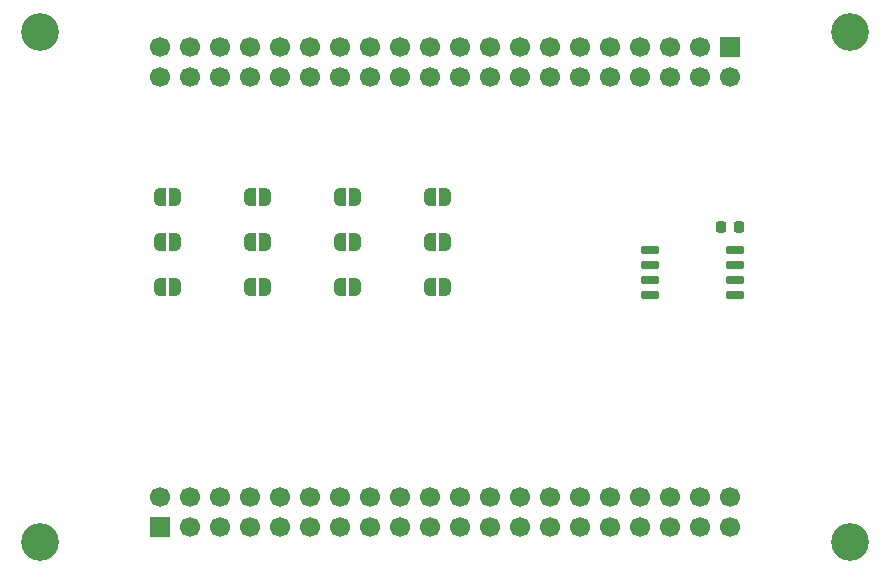
<source format=gbr>
%TF.GenerationSoftware,KiCad,Pcbnew,6.0.4+dfsg-1+b1*%
%TF.CreationDate,2022-05-05T09:05:32+08:00*%
%TF.ProjectId,memw25q128,6d656d77-3235-4713-9132-382e6b696361,rev?*%
%TF.SameCoordinates,Original*%
%TF.FileFunction,Soldermask,Top*%
%TF.FilePolarity,Negative*%
%FSLAX46Y46*%
G04 Gerber Fmt 4.6, Leading zero omitted, Abs format (unit mm)*
G04 Created by KiCad (PCBNEW 6.0.4+dfsg-1+b1) date 2022-05-05 09:05:32*
%MOMM*%
%LPD*%
G01*
G04 APERTURE LIST*
G04 Aperture macros list*
%AMRoundRect*
0 Rectangle with rounded corners*
0 $1 Rounding radius*
0 $2 $3 $4 $5 $6 $7 $8 $9 X,Y pos of 4 corners*
0 Add a 4 corners polygon primitive as box body*
4,1,4,$2,$3,$4,$5,$6,$7,$8,$9,$2,$3,0*
0 Add four circle primitives for the rounded corners*
1,1,$1+$1,$2,$3*
1,1,$1+$1,$4,$5*
1,1,$1+$1,$6,$7*
1,1,$1+$1,$8,$9*
0 Add four rect primitives between the rounded corners*
20,1,$1+$1,$2,$3,$4,$5,0*
20,1,$1+$1,$4,$5,$6,$7,0*
20,1,$1+$1,$6,$7,$8,$9,0*
20,1,$1+$1,$8,$9,$2,$3,0*%
%AMFreePoly0*
4,1,22,0.500000,-0.750000,0.000000,-0.750000,0.000000,-0.745033,-0.079941,-0.743568,-0.215256,-0.701293,-0.333266,-0.622738,-0.424486,-0.514219,-0.481581,-0.384460,-0.499164,-0.250000,-0.500000,-0.250000,-0.500000,0.250000,-0.499164,0.250000,-0.499963,0.256109,-0.478152,0.396186,-0.417904,0.524511,-0.324060,0.630769,-0.204165,0.706417,-0.067858,0.745374,0.000000,0.744959,0.000000,0.750000,
0.500000,0.750000,0.500000,-0.750000,0.500000,-0.750000,$1*%
%AMFreePoly1*
4,1,20,0.000000,0.744959,0.073905,0.744508,0.209726,0.703889,0.328688,0.626782,0.421226,0.519385,0.479903,0.390333,0.500000,0.250000,0.500000,-0.250000,0.499851,-0.262216,0.476331,-0.402017,0.414519,-0.529596,0.319384,-0.634700,0.198574,-0.708877,0.061801,-0.746166,0.000000,-0.745033,0.000000,-0.750000,-0.500000,-0.750000,-0.500000,0.750000,0.000000,0.750000,0.000000,0.744959,
0.000000,0.744959,$1*%
G04 Aperture macros list end*
%ADD10C,3.200000*%
%ADD11R,1.700000X1.700000*%
%ADD12C,1.700000*%
%ADD13RoundRect,0.150000X-0.650000X-0.150000X0.650000X-0.150000X0.650000X0.150000X-0.650000X0.150000X0*%
%ADD14RoundRect,0.225000X0.225000X0.250000X-0.225000X0.250000X-0.225000X-0.250000X0.225000X-0.250000X0*%
%ADD15FreePoly0,0.000000*%
%ADD16FreePoly1,0.000000*%
G04 APERTURE END LIST*
D10*
%TO.C,J1*%
X112395000Y-75565000D03*
X180975000Y-118745000D03*
X112395000Y-118745000D03*
X180975000Y-75565000D03*
D11*
X122555000Y-117475000D03*
D12*
X122555000Y-114935000D03*
X125095000Y-117475000D03*
X125095000Y-114935000D03*
X127635000Y-117475000D03*
X127635000Y-114935000D03*
X130175000Y-117475000D03*
X130175000Y-114935000D03*
X132715000Y-117475000D03*
X132715000Y-114935000D03*
X135255000Y-117475000D03*
X135255000Y-114935000D03*
X137795000Y-117475000D03*
X137795000Y-114935000D03*
X140335000Y-117475000D03*
X140335000Y-114935000D03*
X142875000Y-117475000D03*
X142875000Y-114935000D03*
X145415000Y-117475000D03*
X145415000Y-114935000D03*
X147955000Y-117475000D03*
X147955000Y-114935000D03*
X150495000Y-117475000D03*
X150495000Y-114935000D03*
X153035000Y-117475000D03*
X153035000Y-114935000D03*
X155575000Y-117475000D03*
X155575000Y-114935000D03*
X158115000Y-117475000D03*
X158115000Y-114935000D03*
X160655000Y-117475000D03*
X160655000Y-114935000D03*
X163195000Y-117475000D03*
X163195000Y-114935000D03*
X165735000Y-117475000D03*
X165735000Y-114935000D03*
X168275000Y-117475000D03*
X168275000Y-114935000D03*
X170815000Y-117475000D03*
X170815000Y-114935000D03*
D11*
X170815000Y-76835000D03*
D12*
X170815000Y-79375000D03*
X168275000Y-76835000D03*
X168275000Y-79375000D03*
X165735000Y-76835000D03*
X165735000Y-79375000D03*
X163195000Y-76835000D03*
X163195000Y-79375000D03*
X160655000Y-76835000D03*
X160655000Y-79375000D03*
X158115000Y-76835000D03*
X158115000Y-79375000D03*
X155575000Y-76835000D03*
X155575000Y-79375000D03*
X153035000Y-76835000D03*
X153035000Y-79375000D03*
X150495000Y-76835000D03*
X150495000Y-79375000D03*
X147955000Y-76835000D03*
X147955000Y-79375000D03*
X145415000Y-76835000D03*
X145415000Y-79375000D03*
X142875000Y-76835000D03*
X142875000Y-79375000D03*
X140335000Y-76835000D03*
X140335000Y-79375000D03*
X137795000Y-76835000D03*
X137795000Y-79375000D03*
X135255000Y-76835000D03*
X135255000Y-79375000D03*
X132715000Y-76835000D03*
X132715000Y-79375000D03*
X130175000Y-76835000D03*
X130175000Y-79375000D03*
X127635000Y-76835000D03*
X127635000Y-79375000D03*
X125095000Y-76835000D03*
X125095000Y-79375000D03*
X122555000Y-76835000D03*
X122555000Y-79375000D03*
%TD*%
D13*
%TO.C,U1*%
X164040000Y-93980000D03*
X164040000Y-95250000D03*
X164040000Y-96520000D03*
X164040000Y-97790000D03*
X171240000Y-97790000D03*
X171240000Y-96520000D03*
X171240000Y-95250000D03*
X171240000Y-93980000D03*
%TD*%
D14*
%TO.C,C1*%
X171590000Y-92075000D03*
X170040000Y-92075000D03*
%TD*%
D15*
%TO.C,JP2*%
X122540000Y-93345000D03*
D16*
X123840000Y-93345000D03*
%TD*%
D15*
%TO.C,JP3*%
X122540000Y-97155000D03*
D16*
X123840000Y-97155000D03*
%TD*%
D15*
%TO.C,JP4*%
X130160000Y-89535000D03*
D16*
X131460000Y-89535000D03*
%TD*%
D15*
%TO.C,JP5*%
X130160000Y-93345000D03*
D16*
X131460000Y-93345000D03*
%TD*%
D15*
%TO.C,JP6*%
X130160000Y-97155000D03*
D16*
X131460000Y-97155000D03*
%TD*%
D15*
%TO.C,JP1*%
X122540000Y-89535000D03*
D16*
X123840000Y-89535000D03*
%TD*%
D15*
%TO.C,JP7*%
X137780000Y-89535000D03*
D16*
X139080000Y-89535000D03*
%TD*%
D15*
%TO.C,JP9*%
X137780000Y-97155000D03*
D16*
X139080000Y-97155000D03*
%TD*%
D15*
%TO.C,JP8*%
X137780000Y-93345000D03*
D16*
X139080000Y-93345000D03*
%TD*%
D15*
%TO.C,JP12*%
X145400000Y-97155000D03*
D16*
X146700000Y-97155000D03*
%TD*%
D15*
%TO.C,JP11*%
X145400000Y-93345000D03*
D16*
X146700000Y-93345000D03*
%TD*%
D15*
%TO.C,JP10*%
X145400000Y-89535000D03*
D16*
X146700000Y-89535000D03*
%TD*%
M02*

</source>
